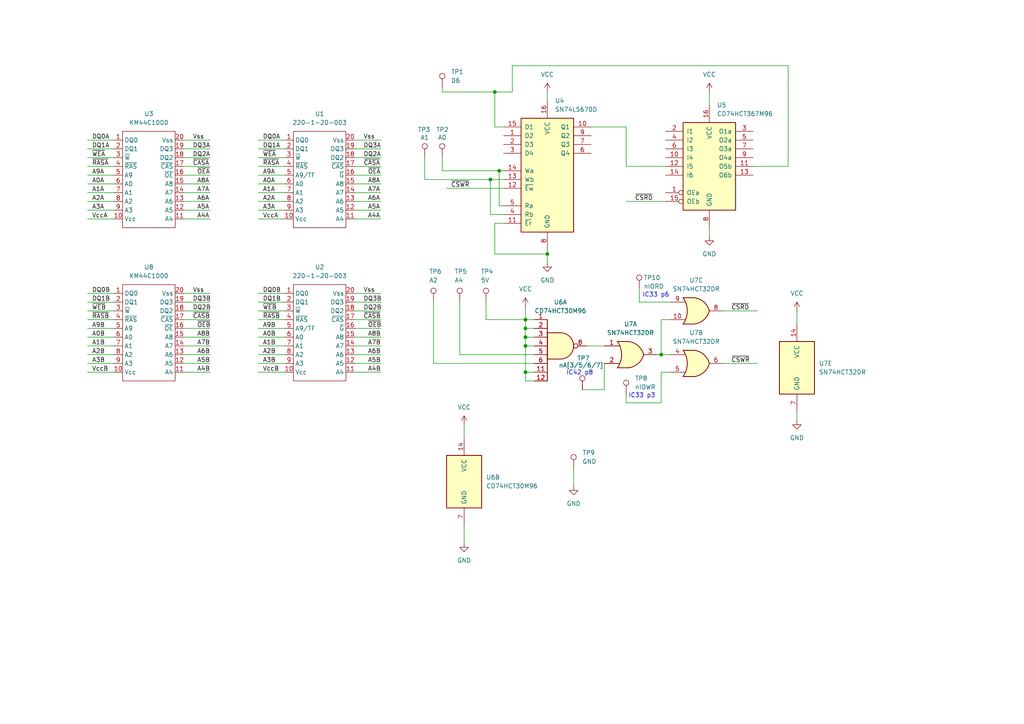
<source format=kicad_sch>
(kicad_sch (version 20231120) (generator "eeschema") (generator_version "8.0")
  (paper "A4")
  (lib_symbols
    (symbol "74xx:74LS30" (pin_names (offset 1.016))
      (property "Reference" "U" (at 0 1.27 0))
      (property "Value" "74LS30" (at 0 -1.27 0))
      (symbol "74LS30_1_1"
        (arc (start 0 -3.81) (mid 3.7934 0) (end 0 3.81) (stroke (width 0.254)) (fill (type background)))
        (polyline (pts (xy -3.81 7.62) (xy -3.81 -10.16)) (stroke (width 0.254)))
        (polyline (pts (xy 0 3.81) (xy -3.81 3.81) (xy -3.81 -3.81) (xy 0 -3.81)) (stroke (width 0.254)) (fill (type background)))
        (pin input line (at -7.62 7.62 0) (length 3.81) (name "~") (number "1"))
        (pin input line (at -7.62 -7.62 0) (length 3.81) (name "~") (number "11"))
        (pin input line (at -7.62 -10.16 0) (length 3.81) (name "~") (number "12"))
        (pin input line (at -7.62 5.08 0) (length 3.81) (name "~") (number "2"))
        (pin input line (at -7.62 2.54 0) (length 3.81) (name "~") (number "3"))
        (pin input line (at -7.62 0 0) (length 3.81) (name "~") (number "4"))
        (pin input line (at -7.62 -2.54 0) (length 3.81) (name "~") (number "5"))
        (pin input line (at -7.62 -5.08 0) (length 3.81) (name "~") (number "6"))
        (pin output inverted (at 7.62 0 180) (length 3.81) (name "~") (number "8"))
      )
      (symbol "74LS30_1_2"
        (arc (start -3.81 -3.81) (mid -2.589 0) (end -3.81 3.81) (stroke (width 0.254)))
        (arc (start -0.6096 -3.81) (mid 2.1842 -2.5851) (end 3.81 0) (stroke (width 0.254)) (fill (type background)))
        (polyline (pts (xy -3.81 -3.81) (xy -3.81 -10.16)) (stroke (width 0.254)))
        (polyline (pts (xy -3.81 -3.81) (xy -0.635 -3.81)) (stroke (width 0.254)) (fill (type background)))
        (polyline (pts (xy -3.81 3.81) (xy -0.635 3.81)) (stroke (width 0.254)) (fill (type background)))
        (polyline (pts (xy -3.81 7.62) (xy -3.81 3.81)) (stroke (width 0.254)))
        (polyline (pts (xy -0.635 3.81) (xy -3.81 3.81) (xy -3.81 3.81) (xy -3.556 3.4036) (xy -3.0226 2.2606) (xy -2.6924 1.0414) (xy -2.6162 -0.254) (xy -2.7686 -1.4986) (xy -3.175 -2.7178) (xy -3.81 -3.81) (xy -3.81 -3.81) (xy -0.635 -3.81)) (stroke (width -25.4)) (fill (type background)))
        (arc (start 3.81 0) (mid 2.1915 2.5936) (end -0.6096 3.81) (stroke (width 0.254)) (fill (type background)))
        (pin input inverted (at -7.62 7.62 0) (length 3.81) (name "~") (number "1"))
        (pin input inverted (at -7.62 -7.62 0) (length 3.81) (name "~") (number "11"))
        (pin input inverted (at -7.62 -10.16 0) (length 3.81) (name "~") (number "12"))
        (pin input inverted (at -7.62 5.08 0) (length 3.81) (name "~") (number "2"))
        (pin input inverted (at -7.62 2.54 0) (length 4.5466) (name "~") (number "3"))
        (pin input inverted (at -7.62 0 0) (length 5.08) (name "~") (number "4"))
        (pin input inverted (at -7.62 -2.54 0) (length 4.5466) (name "~") (number "5"))
        (pin input inverted (at -7.62 -5.08 0) (length 3.81) (name "~") (number "6"))
        (pin output line (at 7.62 0 180) (length 3.81) (name "~") (number "8"))
      )
      (symbol "74LS30_2_0"
        (pin power_in line (at 0 12.7 270) (length 5.08) (name "VCC") (number "14"))
        (pin power_in line (at 0 -12.7 90) (length 5.08) (name "GND") (number "7"))
      )
      (symbol "74LS30_2_1"
        (rectangle (start -5.08 7.62) (end 5.08 -7.62) (stroke (width 0.254)) (fill (type background)))
      )
    )
    (symbol "74xx:74LS32" (pin_names (offset 1.016))
      (property "Reference" "U" (at 0 1.27 0))
      (property "Value" "74LS32" (at 0 -1.27 0))
      (symbol "74LS32_1_1"
        (arc (start -3.81 -3.81) (mid -2.589 0) (end -3.81 3.81) (stroke (width 0.254)))
        (arc (start -0.6096 -3.81) (mid 2.1842 -2.5851) (end 3.81 0) (stroke (width 0.254)) (fill (type background)))
        (polyline (pts (xy -3.81 -3.81) (xy -0.635 -3.81)) (stroke (width 0.254)) (fill (type background)))
        (polyline (pts (xy -3.81 3.81) (xy -0.635 3.81)) (stroke (width 0.254)) (fill (type background)))
        (polyline (pts (xy -0.635 3.81) (xy -3.81 3.81) (xy -3.81 3.81) (xy -3.556 3.4036) (xy -3.0226 2.2606) (xy -2.6924 1.0414) (xy -2.6162 -0.254) (xy -2.7686 -1.4986) (xy -3.175 -2.7178) (xy -3.81 -3.81) (xy -3.81 -3.81) (xy -0.635 -3.81)) (stroke (width -25.4)) (fill (type background)))
        (arc (start 3.81 0) (mid 2.1915 2.5936) (end -0.6096 3.81) (stroke (width 0.254)) (fill (type background)))
        (pin input line (at -7.62 2.54 0) (length 4.318) (name "~") (number "1"))
        (pin input line (at -7.62 -2.54 0) (length 4.318) (name "~") (number "2"))
        (pin output line (at 7.62 0 180) (length 3.81) (name "~") (number "3"))
      )
      (symbol "74LS32_1_2"
        (arc (start 0 -3.81) (mid 3.7934 0) (end 0 3.81) (stroke (width 0.254)) (fill (type background)))
        (polyline (pts (xy 0 3.81) (xy -3.81 3.81) (xy -3.81 -3.81) (xy 0 -3.81)) (stroke (width 0.254)) (fill (type background)))
        (pin input inverted (at -7.62 2.54 0) (length 3.81) (name "~") (number "1"))
        (pin input inverted (at -7.62 -2.54 0) (length 3.81) (name "~") (number "2"))
        (pin output inverted (at 7.62 0 180) (length 3.81) (name "~") (number "3"))
      )
      (symbol "74LS32_2_1"
        (arc (start -3.81 -3.81) (mid -2.589 0) (end -3.81 3.81) (stroke (width 0.254)))
        (arc (start -0.6096 -3.81) (mid 2.1842 -2.5851) (end 3.81 0) (stroke (width 0.254)) (fill (type background)))
        (polyline (pts (xy -3.81 -3.81) (xy -0.635 -3.81)) (stroke (width 0.254)) (fill (type background)))
        (polyline (pts (xy -3.81 3.81) (xy -0.635 3.81)) (stroke (width 0.254)) (fill (type background)))
        (polyline (pts (xy -0.635 3.81) (xy -3.81 3.81) (xy -3.81 3.81) (xy -3.556 3.4036) (xy -3.0226 2.2606) (xy -2.6924 1.0414) (xy -2.6162 -0.254) (xy -2.7686 -1.4986) (xy -3.175 -2.7178) (xy -3.81 -3.81) (xy -3.81 -3.81) (xy -0.635 -3.81)) (stroke (width -25.4)) (fill (type background)))
        (arc (start 3.81 0) (mid 2.1915 2.5936) (end -0.6096 3.81) (stroke (width 0.254)) (fill (type background)))
        (pin input line (at -7.62 2.54 0) (length 4.318) (name "~") (number "4"))
        (pin input line (at -7.62 -2.54 0) (length 4.318) (name "~") (number "5"))
        (pin output line (at 7.62 0 180) (length 3.81) (name "~") (number "6"))
      )
      (symbol "74LS32_2_2"
        (arc (start 0 -3.81) (mid 3.7934 0) (end 0 3.81) (stroke (width 0.254)) (fill (type background)))
        (polyline (pts (xy 0 3.81) (xy -3.81 3.81) (xy -3.81 -3.81) (xy 0 -3.81)) (stroke (width 0.254)) (fill (type background)))
        (pin input inverted (at -7.62 2.54 0) (length 3.81) (name "~") (number "4"))
        (pin input inverted (at -7.62 -2.54 0) (length 3.81) (name "~") (number "5"))
        (pin output inverted (at 7.62 0 180) (length 3.81) (name "~") (number "6"))
      )
      (symbol "74LS32_3_1"
        (arc (start -3.81 -3.81) (mid -2.589 0) (end -3.81 3.81) (stroke (width 0.254)))
        (arc (start -0.6096 -3.81) (mid 2.1842 -2.5851) (end 3.81 0) (stroke (width 0.254)) (fill (type background)))
        (polyline (pts (xy -3.81 -3.81) (xy -0.635 -3.81)) (stroke (width 0.254)) (fill (type background)))
        (polyline (pts (xy -3.81 3.81) (xy -0.635 3.81)) (stroke (width 0.254)) (fill (type background)))
        (polyline (pts (xy -0.635 3.81) (xy -3.81 3.81) (xy -3.81 3.81) (xy -3.556 3.4036) (xy -3.0226 2.2606) (xy -2.6924 1.0414) (xy -2.6162 -0.254) (xy -2.7686 -1.4986) (xy -3.175 -2.7178) (xy -3.81 -3.81) (xy -3.81 -3.81) (xy -0.635 -3.81)) (stroke (width -25.4)) (fill (type background)))
        (arc (start 3.81 0) (mid 2.1915 2.5936) (end -0.6096 3.81) (stroke (width 0.254)) (fill (type background)))
        (pin input line (at -7.62 -2.54 0) (length 4.318) (name "~") (number "10"))
        (pin output line (at 7.62 0 180) (length 3.81) (name "~") (number "8"))
        (pin input line (at -7.62 2.54 0) (length 4.318) (name "~") (number "9"))
      )
      (symbol "74LS32_3_2"
        (arc (start 0 -3.81) (mid 3.7934 0) (end 0 3.81) (stroke (width 0.254)) (fill (type background)))
        (polyline (pts (xy 0 3.81) (xy -3.81 3.81) (xy -3.81 -3.81) (xy 0 -3.81)) (stroke (width 0.254)) (fill (type background)))
        (pin input inverted (at -7.62 -2.54 0) (length 3.81) (name "~") (number "10"))
        (pin output inverted (at 7.62 0 180) (length 3.81) (name "~") (number "8"))
        (pin input inverted (at -7.62 2.54 0) (length 3.81) (name "~") (number "9"))
      )
      (symbol "74LS32_4_1"
        (arc (start -3.81 -3.81) (mid -2.589 0) (end -3.81 3.81) (stroke (width 0.254)))
        (arc (start -0.6096 -3.81) (mid 2.1842 -2.5851) (end 3.81 0) (stroke (width 0.254)) (fill (type background)))
        (polyline (pts (xy -3.81 -3.81) (xy -0.635 -3.81)) (stroke (width 0.254)) (fill (type background)))
        (polyline (pts (xy -3.81 3.81) (xy -0.635 3.81)) (stroke (width 0.254)) (fill (type background)))
        (polyline (pts (xy -0.635 3.81) (xy -3.81 3.81) (xy -3.81 3.81) (xy -3.556 3.4036) (xy -3.0226 2.2606) (xy -2.6924 1.0414) (xy -2.6162 -0.254) (xy -2.7686 -1.4986) (xy -3.175 -2.7178) (xy -3.81 -3.81) (xy -3.81 -3.81) (xy -0.635 -3.81)) (stroke (width -25.4)) (fill (type background)))
        (arc (start 3.81 0) (mid 2.1915 2.5936) (end -0.6096 3.81) (stroke (width 0.254)) (fill (type background)))
        (pin output line (at 7.62 0 180) (length 3.81) (name "~") (number "11"))
        (pin input line (at -7.62 2.54 0) (length 4.318) (name "~") (number "12"))
        (pin input line (at -7.62 -2.54 0) (length 4.318) (name "~") (number "13"))
      )
      (symbol "74LS32_4_2"
        (arc (start 0 -3.81) (mid 3.7934 0) (end 0 3.81) (stroke (width 0.254)) (fill (type background)))
        (polyline (pts (xy 0 3.81) (xy -3.81 3.81) (xy -3.81 -3.81) (xy 0 -3.81)) (stroke (width 0.254)) (fill (type background)))
        (pin output inverted (at 7.62 0 180) (length 3.81) (name "~") (number "11"))
        (pin input inverted (at -7.62 2.54 0) (length 3.81) (name "~") (number "12"))
        (pin input inverted (at -7.62 -2.54 0) (length 3.81) (name "~") (number "13"))
      )
      (symbol "74LS32_5_0"
        (pin power_in line (at 0 12.7 270) (length 5.08) (name "VCC") (number "14"))
        (pin power_in line (at 0 -12.7 90) (length 5.08) (name "GND") (number "7"))
      )
      (symbol "74LS32_5_1"
        (rectangle (start -5.08 7.62) (end 5.08 -7.62) (stroke (width 0.254)) (fill (type background)))
      )
    )
    (symbol "74xx:74LS367" (pin_names (offset 1.016))
      (property "Reference" "U" (at -7.62 13.97 0))
      (property "Value" "74LS367" (at -7.62 -13.97 0))
      (symbol "74LS367_1_0"
        (pin input inverted (at -12.7 -7.62 0) (length 5.08) (name "OEa") (number "1"))
        (pin input line (at -12.7 2.54 0) (length 5.08) (name "I4") (number "10"))
        (pin tri_state line (at 12.7 0 180) (length 5.08) (name "O5b") (number "11"))
        (pin input line (at -12.7 0 0) (length 5.08) (name "I5") (number "12"))
        (pin tri_state line (at 12.7 -2.54 180) (length 5.08) (name "O6b") (number "13"))
        (pin input line (at -12.7 -2.54 0) (length 5.08) (name "I6") (number "14"))
        (pin input inverted (at -12.7 -10.16 0) (length 5.08) (name "OEb") (number "15"))
        (pin power_in line (at 0 17.78 270) (length 5.08) (name "VCC") (number "16"))
        (pin input line (at -12.7 10.16 0) (length 5.08) (name "I1") (number "2"))
        (pin tri_state line (at 12.7 10.16 180) (length 5.08) (name "O1a") (number "3"))
        (pin input line (at -12.7 7.62 0) (length 5.08) (name "I2") (number "4"))
        (pin tri_state line (at 12.7 7.62 180) (length 5.08) (name "O2a") (number "5"))
        (pin input line (at -12.7 5.08 0) (length 5.08) (name "I3") (number "6"))
        (pin tri_state line (at 12.7 5.08 180) (length 5.08) (name "O3a") (number "7"))
        (pin power_in line (at 0 -17.78 90) (length 5.08) (name "GND") (number "8"))
        (pin tri_state line (at 12.7 2.54 180) (length 5.08) (name "O4a") (number "9"))
      )
      (symbol "74LS367_1_1"
        (rectangle (start -7.62 12.7) (end 7.62 -12.7) (stroke (width 0.254)) (fill (type background)))
      )
    )
    (symbol "74xx:74LS670" (pin_names (offset 1.016))
      (property "Reference" "U" (at -7.62 16.51 0))
      (property "Value" "74LS670" (at -7.62 -19.05 0))
      (symbol "74LS670_1_0"
        (pin input line (at -12.7 10.16 0) (length 5.08) (name "D2") (number "1"))
        (pin tri_state line (at 12.7 12.7 180) (length 5.08) (name "Q1") (number "10"))
        (pin input line (at -12.7 -15.24 0) (length 5.08) (name "~{Er}") (number "11"))
        (pin input line (at -12.7 -5.08 0) (length 5.08) (name "~{Ew}") (number "12"))
        (pin input line (at -12.7 -2.54 0) (length 5.08) (name "Wb") (number "13"))
        (pin input line (at -12.7 0 0) (length 5.08) (name "Wa") (number "14"))
        (pin input line (at -12.7 12.7 0) (length 5.08) (name "D1") (number "15"))
        (pin power_in line (at 0 20.32 270) (length 5.08) (name "VCC") (number "16"))
        (pin input line (at -12.7 7.62 0) (length 5.08) (name "D3") (number "2"))
        (pin input line (at -12.7 5.08 0) (length 5.08) (name "D4") (number "3"))
        (pin input line (at -12.7 -12.7 0) (length 5.08) (name "Rb") (number "4"))
        (pin input line (at -12.7 -10.16 0) (length 5.08) (name "Ra") (number "5"))
        (pin tri_state line (at 12.7 5.08 180) (length 5.08) (name "Q4") (number "6"))
        (pin tri_state line (at 12.7 7.62 180) (length 5.08) (name "Q3") (number "7"))
        (pin power_in line (at 0 -22.86 90) (length 5.08) (name "GND") (number "8"))
        (pin tri_state line (at 12.7 10.16 180) (length 5.08) (name "Q2") (number "9"))
      )
      (symbol "74LS670_1_1"
        (rectangle (start -7.62 15.24) (end 7.62 -17.78) (stroke (width 0.254)) (fill (type background)))
      )
    )
    (symbol "Connector:TestPoint" (pin_numbers hide) (pin_names (offset 0.762) hide)
      (property "Reference" "TP" (at 0 6.858 0))
      (property "Value" "TestPoint" (at 0 5.08 0))
      (symbol "TestPoint_0_1"
        (circle (center 0 3.302) (radius 0.762))
      )
      (symbol "TestPoint_1_1"
        (pin passive line (at 0 0 90) (length 2.54) (name "1") (number "1"))
      )
    )
    (symbol "Library:44C256-B2B"
      (property "Reference" "U" (at 6.096 1.27 0))
      (property "Value" "220-1-20-003" (at 7.366 -29.464 0))
      (symbol "44C256-B2B_0_1"
        (rectangle (start 0 0) (end 15.24 -27.94))
      )
      (symbol "44C256-B2B_1_1"
        (pin tri_state line (at -2.54 -2.54 0) (length 2.54) (name "DQ0") (number "1"))
        (pin power_in line (at -2.54 -25.4 0) (length 2.54) (name "Vcc") (number "10"))
        (pin input line (at 17.78 -25.4 180) (length 2.54) (name "A4") (number "11"))
        (pin input line (at 17.78 -22.86 180) (length 2.54) (name "A5") (number "12"))
        (pin input line (at 17.78 -20.32 180) (length 2.54) (name "A6") (number "13"))
        (pin input line (at 17.78 -17.78 180) (length 2.54) (name "A7") (number "14"))
        (pin input line (at 17.78 -15.24 180) (length 2.54) (name "A8") (number "15"))
        (pin input line (at 17.78 -12.7 180) (length 2.54) (name "~{G}") (number "16"))
        (pin input line (at 17.78 -10.16 180) (length 2.54) (name "~{CAS}") (number "17"))
        (pin tri_state line (at 17.78 -7.62 180) (length 2.54) (name "DQ2") (number "18"))
        (pin tri_state line (at 17.78 -5.08 180) (length 2.54) (name "DQ3") (number "19"))
        (pin tri_state line (at -2.54 -5.08 0) (length 2.54) (name "DQ1") (number "2"))
        (pin power_in line (at 17.78 -2.54 180) (length 2.54) (name "Vss") (number "20"))
        (pin input line (at -2.54 -7.62 0) (length 2.54) (name "~{W}") (number "3"))
        (pin input line (at -2.54 -10.16 0) (length 2.54) (name "~{RAS}") (number "4"))
        (pin input line (at -2.54 -12.7 0) (length 2.54) (name "A9/TF") (number "5"))
        (pin input line (at -2.54 -15.24 0) (length 2.54) (name "A0") (number "6"))
        (pin input line (at -2.54 -17.78 0) (length 2.54) (name "A1") (number "7"))
        (pin input line (at -2.54 -20.32 0) (length 2.54) (name "A2") (number "8"))
        (pin input line (at -2.54 -22.86 0) (length 2.54) (name "A3") (number "9"))
      )
    )
    (symbol "Library:KM44C1000DJ"
      (property "Reference" "U" (at 6.096 1.27 0))
      (property "Value" "220-1-20-003" (at 7.366 -29.464 0))
      (symbol "KM44C1000DJ_0_1"
        (rectangle (start 0 0) (end 15.24 -27.94))
      )
      (symbol "KM44C1000DJ_1_1"
        (pin tri_state line (at -2.54 -2.54 0) (length 2.54) (name "DQ0") (number "1"))
        (pin power_in line (at -2.54 -25.4 0) (length 2.54) (name "Vcc") (number "10"))
        (pin input line (at 17.78 -25.4 180) (length 2.54) (name "A4") (number "11"))
        (pin input line (at 17.78 -22.86 180) (length 2.54) (name "A5") (number "12"))
        (pin input line (at 17.78 -20.32 180) (length 2.54) (name "A6") (number "13"))
        (pin input line (at 17.78 -17.78 180) (length 2.54) (name "A7") (number "14"))
        (pin input line (at 17.78 -15.24 180) (length 2.54) (name "A8") (number "15"))
        (pin input line (at 17.78 -12.7 180) (length 2.54) (name "~{OE}") (number "16"))
        (pin input line (at 17.78 -10.16 180) (length 2.54) (name "~{CAS}") (number "17"))
        (pin tri_state line (at 17.78 -7.62 180) (length 2.54) (name "DQ2") (number "18"))
        (pin tri_state line (at 17.78 -5.08 180) (length 2.54) (name "DQ3") (number "19"))
        (pin tri_state line (at -2.54 -5.08 0) (length 2.54) (name "DQ1") (number "2"))
        (pin power_in line (at 17.78 -2.54 180) (length 2.54) (name "Vss") (number "20"))
        (pin input line (at -2.54 -7.62 0) (length 2.54) (name "~{W}") (number "3"))
        (pin input line (at -2.54 -10.16 0) (length 2.54) (name "~{RAS}") (number "4"))
        (pin input line (at -2.54 -12.7 0) (length 2.54) (name "A9") (number "5"))
        (pin input line (at -2.54 -15.24 0) (length 2.54) (name "A0") (number "6"))
        (pin input line (at -2.54 -17.78 0) (length 2.54) (name "A1") (number "7"))
        (pin input line (at -2.54 -20.32 0) (length 2.54) (name "A2") (number "8"))
        (pin input line (at -2.54 -22.86 0) (length 2.54) (name "A3") (number "9"))
      )
    )
    (symbol "power:GND" (power) (pin_numbers hide) (pin_names (offset 0) hide)
      (property "Value" "GND" (at 0 -3.81 0))
      (symbol "GND_0_1"
        (polyline (pts (xy 0 0) (xy 0 -1.27) (xy 1.27 -1.27) (xy 0 -2.54) (xy -1.27 -1.27) (xy 0 -1.27)))
      )
      (symbol "GND_1_1"
        (pin power_in line (at 0 0 270) (length 0) (name "~") (number "1"))
      )
    )
    (symbol "power:VCC" (power) (pin_numbers hide) (pin_names (offset 0) hide)
      (property "Value" "VCC" (at 0 3.556 0))
      (symbol "VCC_0_1"
        (polyline (pts (xy -0.762 1.27) (xy 0 2.54)))
        (polyline (pts (xy 0 0) (xy 0 2.54)))
        (polyline (pts (xy 0 2.54) (xy 0.762 1.27)))
      )
      (symbol "VCC_1_1"
        (pin power_in line (at 0 0 90) (length 0) (name "~") (number "1"))
      )
    )
  )
  (junction (at 144.78 49.53))
  (junction (at 152.4 100.33))
  (junction (at 152.4 95.25))
  (junction (at 152.4 107.95))
  (junction (at 152.4 92.71))
  (junction (at 191.77 102.87))
  (junction (at 152.4 97.79))
  (junction (at 158.75 73.66))
  (junction (at 143.51 26.67))
  (junction (at 142.24 52.07))
  (wire (pts (xy 129.54 54.61) (xy 146.05 54.61)))
  (wire (pts (xy 194.31 92.71) (xy 191.77 92.71)))
  (wire (pts (xy 102.87 45.72) (xy 110.49 45.72)))
  (wire (pts (xy 181.61 58.42) (xy 193.04 58.42)))
  (wire (pts (xy 158.75 72.39) (xy 158.75 73.66)))
  (wire (pts (xy 74.93 45.72) (xy 82.55 45.72)))
  (wire (pts (xy 25.4 50.8) (xy 33.02 50.8)))
  (wire (pts (xy 175.26 113.03) (xy 175.26 105.41)))
  (wire (pts (xy 146.05 62.23) (xy 142.24 62.23)))
  (wire (pts (xy 25.4 45.72) (xy 33.02 45.72)))
  (wire (pts (xy 102.87 87.63) (xy 110.49 87.63)))
  (wire (pts (xy 53.34 60.96) (xy 60.96 60.96)))
  (wire (pts (xy 74.93 107.95) (xy 82.55 107.95)))
  (wire (pts (xy 53.34 87.63) (xy 60.96 87.63)))
  (wire (pts (xy 191.77 107.95) (xy 194.31 107.95)))
  (wire (pts (xy 25.4 105.41) (xy 33.02 105.41)))
  (wire (pts (xy 143.51 36.83) (xy 146.05 36.83)))
  (wire (pts (xy 123.19 45.72) (xy 123.19 52.07)))
  (wire (pts (xy 25.4 107.95) (xy 33.02 107.95)))
  (wire (pts (xy 154.94 95.25) (xy 152.4 95.25)))
  (wire (pts (xy 102.87 58.42) (xy 110.49 58.42)))
  (wire (pts (xy 25.4 90.17) (xy 33.02 90.17)))
  (wire (pts (xy 143.51 73.66) (xy 158.75 73.66)))
  (wire (pts (xy 74.93 50.8) (xy 82.55 50.8)))
  (wire (pts (xy 193.04 48.26) (xy 181.61 48.26)))
  (wire (pts (xy 25.4 102.87) (xy 33.02 102.87)))
  (wire (pts (xy 181.61 36.83) (xy 171.45 36.83)))
  (wire (pts (xy 53.34 40.64) (xy 60.96 40.64)))
  (wire (pts (xy 53.34 90.17) (xy 60.96 90.17)))
  (wire (pts (xy 143.51 26.67) (xy 143.51 36.83)))
  (wire (pts (xy 152.4 95.25) (xy 152.4 92.71)))
  (wire (pts (xy 53.34 43.18) (xy 60.96 43.18)))
  (wire (pts (xy 191.77 102.87) (xy 194.31 102.87)))
  (wire (pts (xy 142.24 62.23) (xy 142.24 52.07)))
  (wire (pts (xy 185.42 87.63) (xy 185.42 83.82)))
  (wire (pts (xy 102.87 60.96) (xy 110.49 60.96)))
  (wire (pts (xy 53.34 55.88) (xy 60.96 55.88)))
  (wire (pts (xy 102.87 48.26) (xy 110.49 48.26)))
  (wire (pts (xy 25.4 92.71) (xy 33.02 92.71)))
  (wire (pts (xy 152.4 92.71) (xy 154.94 92.71)))
  (wire (pts (xy 228.6 19.05) (xy 148.59 19.05)))
  (wire (pts (xy 74.93 40.64) (xy 82.55 40.64)))
  (wire (pts (xy 143.51 26.67) (xy 148.59 26.67)))
  (wire (pts (xy 25.4 87.63) (xy 33.02 87.63)))
  (wire (pts (xy 25.4 43.18) (xy 33.02 43.18)))
  (wire (pts (xy 205.74 66.04) (xy 205.74 68.58)))
  (wire (pts (xy 152.4 107.95) (xy 154.94 107.95)))
  (wire (pts (xy 74.93 100.33) (xy 82.55 100.33)))
  (wire (pts (xy 133.35 102.87) (xy 154.94 102.87)))
  (wire (pts (xy 158.75 73.66) (xy 158.75 76.2)))
  (wire (pts (xy 154.94 110.49) (xy 152.4 110.49)))
  (wire (pts (xy 140.97 92.71) (xy 152.4 92.71)))
  (wire (pts (xy 134.62 123.19) (xy 134.62 127)))
  (wire (pts (xy 74.93 90.17) (xy 82.55 90.17)))
  (wire (pts (xy 25.4 95.25) (xy 33.02 95.25)))
  (wire (pts (xy 128.27 26.67) (xy 128.27 25.4)))
  (wire (pts (xy 102.87 90.17) (xy 110.49 90.17)))
  (wire (pts (xy 154.94 97.79) (xy 152.4 97.79)))
  (wire (pts (xy 25.4 58.42) (xy 33.02 58.42)))
  (wire (pts (xy 209.55 105.41) (xy 219.71 105.41)))
  (wire (pts (xy 143.51 64.77) (xy 143.51 73.66)))
  (wire (pts (xy 25.4 53.34) (xy 33.02 53.34)))
  (wire (pts (xy 123.19 52.07) (xy 142.24 52.07)))
  (wire (pts (xy 74.93 97.79) (xy 82.55 97.79)))
  (wire (pts (xy 191.77 116.84) (xy 191.77 107.95)))
  (wire (pts (xy 53.34 53.34) (xy 60.96 53.34)))
  (wire (pts (xy 102.87 85.09) (xy 110.49 85.09)))
  (wire (pts (xy 133.35 87.63) (xy 133.35 102.87)))
  (wire (pts (xy 181.61 116.84) (xy 191.77 116.84)))
  (wire (pts (xy 53.34 97.79) (xy 60.96 97.79)))
  (wire (pts (xy 53.34 45.72) (xy 60.96 45.72)))
  (wire (pts (xy 53.34 63.5) (xy 60.96 63.5)))
  (wire (pts (xy 102.87 102.87) (xy 110.49 102.87)))
  (wire (pts (xy 74.93 55.88) (xy 82.55 55.88)))
  (wire (pts (xy 74.93 92.71) (xy 82.55 92.71)))
  (wire (pts (xy 74.93 105.41) (xy 82.55 105.41)))
  (wire (pts (xy 146.05 59.69) (xy 144.78 59.69)))
  (wire (pts (xy 53.34 48.26) (xy 60.96 48.26)))
  (wire (pts (xy 231.14 90.17) (xy 231.14 93.98)))
  (wire (pts (xy 190.5 102.87) (xy 191.77 102.87)))
  (wire (pts (xy 148.59 19.05) (xy 148.59 26.67)))
  (wire (pts (xy 53.34 102.87) (xy 60.96 102.87)))
  (wire (pts (xy 74.93 85.09) (xy 82.55 85.09)))
  (wire (pts (xy 74.93 102.87) (xy 82.55 102.87)))
  (wire (pts (xy 25.4 85.09) (xy 33.02 85.09)))
  (wire (pts (xy 152.4 88.9) (xy 152.4 92.71)))
  (wire (pts (xy 53.34 105.41) (xy 60.96 105.41)))
  (wire (pts (xy 125.73 105.41) (xy 154.94 105.41)))
  (wire (pts (xy 191.77 92.71) (xy 191.77 102.87)))
  (wire (pts (xy 181.61 48.26) (xy 181.61 36.83)))
  (wire (pts (xy 102.87 95.25) (xy 110.49 95.25)))
  (wire (pts (xy 140.97 87.63) (xy 140.97 92.71)))
  (wire (pts (xy 25.4 48.26) (xy 33.02 48.26)))
  (wire (pts (xy 74.93 87.63) (xy 82.55 87.63)))
  (wire (pts (xy 25.4 40.64) (xy 33.02 40.64)))
  (wire (pts (xy 154.94 100.33) (xy 152.4 100.33)))
  (wire (pts (xy 25.4 97.79) (xy 33.02 97.79)))
  (wire (pts (xy 152.4 100.33) (xy 152.4 97.79)))
  (wire (pts (xy 102.87 92.71) (xy 110.49 92.71)))
  (wire (pts (xy 146.05 49.53) (xy 144.78 49.53)))
  (wire (pts (xy 218.44 48.26) (xy 228.6 48.26)))
  (wire (pts (xy 170.18 100.33) (xy 175.26 100.33)))
  (wire (pts (xy 102.87 40.64) (xy 110.49 40.64)))
  (wire (pts (xy 74.93 53.34) (xy 82.55 53.34)))
  (wire (pts (xy 53.34 50.8) (xy 60.96 50.8)))
  (wire (pts (xy 205.74 26.67) (xy 205.74 30.48)))
  (wire (pts (xy 146.05 64.77) (xy 143.51 64.77)))
  (wire (pts (xy 25.4 63.5) (xy 33.02 63.5)))
  (wire (pts (xy 125.73 87.63) (xy 125.73 105.41)))
  (wire (pts (xy 74.93 63.5) (xy 82.55 63.5)))
  (wire (pts (xy 128.27 49.53) (xy 128.27 45.72)))
  (wire (pts (xy 209.55 90.17) (xy 219.71 90.17)))
  (wire (pts (xy 74.93 48.26) (xy 82.55 48.26)))
  (wire (pts (xy 25.4 100.33) (xy 33.02 100.33)))
  (wire (pts (xy 53.34 58.42) (xy 60.96 58.42)))
  (wire (pts (xy 128.27 26.67) (xy 143.51 26.67)))
  (wire (pts (xy 74.93 60.96) (xy 82.55 60.96)))
  (wire (pts (xy 102.87 55.88) (xy 110.49 55.88)))
  (wire (pts (xy 152.4 100.33) (xy 152.4 107.95)))
  (wire (pts (xy 102.87 107.95) (xy 110.49 107.95)))
  (wire (pts (xy 152.4 97.79) (xy 152.4 95.25)))
  (wire (pts (xy 25.4 60.96) (xy 33.02 60.96)))
  (wire (pts (xy 102.87 43.18) (xy 110.49 43.18)))
  (wire (pts (xy 74.93 95.25) (xy 82.55 95.25)))
  (wire (pts (xy 25.4 55.88) (xy 33.02 55.88)))
  (wire (pts (xy 53.34 95.25) (xy 60.96 95.25)))
  (wire (pts (xy 144.78 49.53) (xy 128.27 49.53)))
  (wire (pts (xy 144.78 59.69) (xy 144.78 49.53)))
  (wire (pts (xy 53.34 100.33) (xy 60.96 100.33)))
  (wire (pts (xy 102.87 53.34) (xy 110.49 53.34)))
  (wire (pts (xy 102.87 97.79) (xy 110.49 97.79)))
  (wire (pts (xy 166.37 135.89) (xy 166.37 140.97)))
  (wire (pts (xy 102.87 105.41) (xy 110.49 105.41)))
  (wire (pts (xy 168.91 113.03) (xy 175.26 113.03)))
  (wire (pts (xy 142.24 52.07) (xy 146.05 52.07)))
  (wire (pts (xy 181.61 116.84) (xy 181.61 114.3)))
  (wire (pts (xy 152.4 110.49) (xy 152.4 107.95)))
  (wire (pts (xy 134.62 152.4) (xy 134.62 157.48)))
  (wire (pts (xy 158.75 26.67) (xy 158.75 29.21)))
  (wire (pts (xy 102.87 100.33) (xy 110.49 100.33)))
  (wire (pts (xy 102.87 63.5) (xy 110.49 63.5)))
  (wire (pts (xy 53.34 85.09) (xy 60.96 85.09)))
  (wire (pts (xy 74.93 43.18) (xy 82.55 43.18)))
  (wire (pts (xy 228.6 48.26) (xy 228.6 19.05)))
  (wire (pts (xy 231.14 119.38) (xy 231.14 121.92)))
  (wire (pts (xy 53.34 107.95) (xy 60.96 107.95)))
  (wire (pts (xy 74.93 58.42) (xy 82.55 58.42)))
  (wire (pts (xy 53.34 92.71) (xy 60.96 92.71)))
  (wire (pts (xy 102.87 50.8) (xy 110.49 50.8)))
  (wire (pts (xy 194.31 87.63) (xy 185.42 87.63)))
  (text "IC33 p3" (at 186.182 114.808 0) (effects (font (size 1.27 1.27))))
  (text "IC42 p8" (at 168.148 108.204 0) (effects (font (size 1.27 1.27))))
  (text "IC33 p6" (at 190.246 85.598 0) (effects (font (size 1.27 1.27))))
  (label "~{CSWR}" (at 130.81 54.61 0))
  (label "A2B" (at 76.2 102.87 0))
  (label "A8B" (at 106.68 97.79 0))
  (label "Vss" (at 105.41 40.64 0))
  (label "A4B" (at 57.15 107.95 0))
  (label "A7B" (at 106.68 100.33 0))
  (label "Vss" (at 55.88 40.64 0))
  (label "Vss" (at 105.41 85.09 0))
  (label "~{CASA}" (at 55.88 48.26 0))
  (label "DQ3B" (at 105.41 87.63 0))
  (label "~{RASB}" (at 76.2 92.71 0))
  (label "~{CSWR}" (at 212.09 105.41 0))
  (label "DQ0B" (at 76.2 85.09 0))
  (label "A6B" (at 57.15 102.87 0))
  (label "~{WEB}" (at 26.67 90.17 0))
  (label "A1A" (at 76.2 55.88 0))
  (label "DQ0A" (at 76.2 40.64 0))
  (label "~{CASA}" (at 105.41 48.26 0))
  (label "~{WEA}" (at 26.67 45.72 0))
  (label "A5B" (at 57.15 105.41 0))
  (label "DQ3B" (at 55.88 87.63 0))
  (label "A1A" (at 26.67 55.88 0))
  (label "DQ1B" (at 26.67 87.63 0))
  (label "~{RASB}" (at 26.67 92.71 0))
  (label "DQ3A" (at 105.41 43.18 0))
  (label "A5B" (at 106.68 105.41 0))
  (label "DQ1A" (at 76.2 43.18 0))
  (label "A3A" (at 26.67 60.96 0))
  (label "A7A" (at 106.68 55.88 0))
  (label "A5A" (at 106.68 60.96 0))
  (label "~{CSRD}" (at 212.09 90.17 0))
  (label "A9A" (at 76.2 50.8 0))
  (label "DQ2B" (at 55.88 90.17 0))
  (label "A6A" (at 57.15 58.42 0))
  (label "A8A" (at 57.15 53.34 0))
  (label "A9A" (at 26.67 50.8 0))
  (label "DQ3A" (at 55.88 43.18 0))
  (label "~{WEB}" (at 76.2 90.17 0))
  (label "DQ2A" (at 105.41 45.72 0))
  (label "VccB" (at 76.2 107.95 0))
  (label "A4B" (at 106.68 107.95 0))
  (label "DQ1A" (at 26.67 43.18 0))
  (label "A5A" (at 57.15 60.96 0))
  (label "A3A" (at 76.2 60.96 0))
  (label "~{OEB}" (at 57.15 95.25 0))
  (label "A1B" (at 26.67 100.33 0))
  (label "A8A" (at 106.68 53.34 0))
  (label "~{CASB}" (at 55.88 92.71 0))
  (label "A9B" (at 76.2 95.25 0))
  (label "A0A" (at 76.2 53.34 0))
  (label "A2A" (at 76.2 58.42 0))
  (label "~{RASA}" (at 76.2 48.26 0))
  (label "VccB" (at 26.67 107.95 0))
  (label "~{RASA}" (at 26.67 48.26 0))
  (label "A9B" (at 26.67 95.25 0))
  (label "~{CSRD}" (at 184.15 58.42 0))
  (label "A3B" (at 26.67 105.41 0))
  (label "DQ2B" (at 105.41 90.17 0))
  (label "A3B" (at 76.2 105.41 0))
  (label "VccA" (at 76.2 63.5 0))
  (label "~{CASB}" (at 105.41 92.71 0))
  (label "~{OEA}" (at 57.15 50.8 0))
  (label "A4A" (at 106.68 63.5 0))
  (label "A7A" (at 57.15 55.88 0))
  (label "A2B" (at 26.67 102.87 0))
  (label "DQ1B" (at 76.2 87.63 0))
  (label "A2A" (at 26.67 58.42 0))
  (label "VccA" (at 26.67 63.5 0))
  (label "~{OEB}" (at 106.68 95.25 0))
  (label "A4A" (at 57.15 63.5 0))
  (label "A6A" (at 106.68 58.42 0))
  (label "A0B" (at 76.2 97.79 0))
  (label "~{OEA}" (at 106.68 50.8 0))
  (label "A7B" (at 57.15 100.33 0))
  (label "A0A" (at 26.67 53.34 0))
  (label "Vss" (at 55.88 85.09 0))
  (label "A6B" (at 106.68 102.87 0))
  (label "DQ0A" (at 26.67 40.64 0))
  (label "A0B" (at 26.67 97.79 0))
  (label "DQ2A" (at 55.88 45.72 0))
  (label "DQ0B" (at 26.67 85.09 0))
  (label "A8B" (at 57.15 97.79 0))
  (label "A1B" (at 76.2 100.33 0))
  (label "~{WEA}" (at 76.2 45.72 0))
  (symbol (lib_id "power:GND") (at 166.37 140.97 0) (unit 1)
    (property "Reference" "#PWR016" (effects (hide yes)))
    (property "Value" "GND" (at 166.37 146.05 0))
    (property "Description" "Power symbol creates a global label with name \"GND\" , ground" (effects (hide yes)))
  )
  (symbol (lib_id "Connector:TestPoint") (at 128.27 45.72 0) (unit 1)
    (property "Reference" "TP2" (at 126.492 37.592 0) (effects (justify left)))
    (property "Value" "A0" (at 127 39.878 0) (effects (justify left)))
    (property "Footprint" "TestPoint:TestPoint_Pad_D1.5mm" (effects (hide yes)))
    (property "Description" "test point" (effects (hide yes)))
  )
  (symbol (lib_id "power:VCC") (at 231.14 90.17 0) (unit 1)
    (property "Reference" "#PWR010" (effects (hide yes)))
    (property "Value" "VCC" (at 231.14 85.09 0))
    (property "Description" "Power symbol creates a global label with name \"VCC\"" (effects (hide yes)))
  )
  (symbol (lib_id "Connector:TestPoint") (at 128.27 25.4 0) (unit 1)
    (property "Reference" "TP1" (at 130.81 20.8279 0) (effects (justify left)))
    (property "Value" "D6" (at 130.81 23.3679 0) (effects (justify left)))
    (property "Footprint" "TestPoint:TestPoint_Pad_D1.5mm" (effects (hide yes)))
    (property "Description" "test point" (effects (hide yes)))
  )
  (symbol (lib_id "Connector:TestPoint") (at 140.97 87.63 0) (unit 1)
    (property "Reference" "TP4" (at 139.446 78.74 0) (effects (justify left)))
    (property "Value" "5V" (at 139.446 81.28 0) (effects (justify left)))
    (property "Footprint" "TestPoint:TestPoint_Pad_D1.5mm" (effects (hide yes)))
    (property "Description" "test point" (effects (hide yes)))
  )
  (symbol (lib_id "power:VCC") (at 205.74 26.67 0) (unit 1)
    (property "Reference" "#PWR018" (effects (hide yes)))
    (property "Value" "VCC" (at 205.74 21.59 0))
    (property "Description" "Power symbol creates a global label with name \"VCC\"" (effects (hide yes)))
  )
  (symbol (lib_id "74xx:74LS32") (at 201.93 90.17 0) (unit 3)
    (property "Reference" "U7" (at 201.93 81.28 0))
    (property "Value" "SN74HCT32DR" (at 201.93 83.82 0))
    (property "Footprint" "Package_SO:SOIC-14_3.9x8.7mm_P1.27mm" (effects (hide yes)))
    (property "Datasheet" "http://www.ti.com/lit/gpn/sn74LS32" (effects (hide yes)))
    (property "Description" "Quad 2-input OR" (effects (hide yes)))
    (property "DigiKey" "296-14868-1-ND" (effects (hide yes)))
  )
  (symbol (lib_id "power:VCC") (at 134.62 123.19 0) (unit 1)
    (property "Reference" "#PWR09" (effects (hide yes)))
    (property "Value" "VCC" (at 134.62 118.11 0))
    (property "Description" "Power symbol creates a global label with name \"VCC\"" (effects (hide yes)))
  )
  (symbol (lib_id "power:VCC") (at 158.75 26.67 0) (unit 1)
    (property "Reference" "#PWR017" (effects (hide yes)))
    (property "Value" "VCC" (at 158.75 21.59 0))
    (property "Description" "Power symbol creates a global label with name \"VCC\"" (effects (hide yes)))
  )
  (symbol (lib_id "power:GND") (at 158.75 76.2 0) (unit 1)
    (property "Reference" "#PWR014" (effects (hide yes)))
    (property "Value" "GND" (at 158.75 81.28 0))
    (property "Description" "Power symbol creates a global label with name \"GND\" , ground" (effects (hide yes)))
  )
  (symbol (lib_id "power:GND") (at 134.62 157.48 0) (unit 1)
    (property "Reference" "#PWR012" (effects (hide yes)))
    (property "Value" "GND" (at 134.62 162.56 0))
    (property "Description" "Power symbol creates a global label with name \"GND\" , ground" (effects (hide yes)))
  )
  (symbol (lib_id "74xx:74LS30") (at 162.56 100.33 0) (unit 1)
    (property "Reference" "U6" (at 162.5517 87.63 0))
    (property "Value" "CD74HCT30M96" (at 162.5517 90.17 0))
    (property "Footprint" "Package_SO:SOIC-14_3.9x8.7mm_P1.27mm" (effects (hide yes)))
    (property "Datasheet" "http://www.ti.com/lit/gpn/sn74LS30" (effects (hide yes)))
    (property "Description" "8-input NAND" (effects (hide yes)))
    (property "DigiKey" "296-CD74HCT30M96CT-ND" (effects (hide yes)))
  )
  (symbol (lib_id "Connector:TestPoint") (at 133.35 87.63 0) (unit 1)
    (property "Reference" "TP5" (at 131.826 78.74 0) (effects (justify left)))
    (property "Value" "A4" (at 131.826 81.28 0) (effects (justify left)))
    (property "Footprint" "TestPoint:TestPoint_Pad_D1.5mm" (effects (hide yes)))
    (property "Description" "test point" (effects (hide yes)))
  )
  (symbol (lib_id "Library:KM44C1000DJ") (at 35.56 38.1 0) (unit 1)
    (property "Reference" "U3" (at 43.18 33.02 0))
    (property "Value" "KM44C1000" (at 43.18 35.56 0))
    (property "Footprint" "Library:SOJ-20-26_300mil" (effects (hide yes)))
    (property "DigiKey" "1175-1523-5-ND" (effects (hide yes)))
  )
  (symbol (lib_id "Connector:TestPoint") (at 185.42 83.82 0) (unit 1)
    (property "Reference" "TP10" (at 186.69 80.518 0) (effects (justify left)))
    (property "Value" "nIORD" (at 186.69 83.058 0) (effects (justify left)))
    (property "Footprint" "TestPoint:TestPoint_Pad_D1.5mm" (effects (hide yes)))
    (property "Description" "test point" (effects (hide yes)))
  )
  (symbol (lib_id "Library:44C256-B2B") (at 85.09 82.55 0) (unit 1)
    (property "Reference" "U2" (at 92.71 77.47 0))
    (property "Value" "220-1-20-003" (at 92.71 80.01 0))
    (property "Footprint" "Library:DIP-20_W7.62mm_B2B" (effects (hide yes)))
    (property "DigiKey" "1175-1523-5-ND" (effects (hide yes)))
  )
  (symbol (lib_id "74xx:74LS32") (at 231.14 106.68 0) (unit 5)
    (property "Reference" "U7" (at 237.49 105.4099 0) (effects (justify left)))
    (property "Value" "SN74HCT32DR" (at 237.49 107.9499 0) (effects (justify left)))
    (property "Footprint" "Package_SO:SOIC-14_3.9x8.7mm_P1.27mm" (effects (hide yes)))
    (property "Datasheet" "http://www.ti.com/lit/gpn/sn74LS32" (effects (hide yes)))
    (property "Description" "Quad 2-input OR" (effects (hide yes)))
    (property "DigiKey" "296-14868-1-ND" (effects (hide yes)))
  )
  (symbol (lib_id "Connector:TestPoint") (at 125.73 87.63 0) (unit 1)
    (property "Reference" "TP6" (at 124.46 78.74 0) (effects (justify left)))
    (property "Value" "A2" (at 124.46 81.28 0) (effects (justify left)))
    (property "Footprint" "TestPoint:TestPoint_Pad_D1.5mm" (effects (hide yes)))
    (property "Description" "test point" (effects (hide yes)))
  )
  (symbol (lib_id "74xx:74LS32") (at 182.88 102.87 0) (unit 1)
    (property "Reference" "U7" (at 182.88 93.98 0))
    (property "Value" "SN74HCT32DR" (at 182.88 96.52 0))
    (property "Footprint" "Package_SO:SOIC-14_3.9x8.7mm_P1.27mm" (effects (hide yes)))
    (property "Datasheet" "http://www.ti.com/lit/gpn/sn74LS32" (effects (hide yes)))
    (property "Description" "Quad 2-input OR" (effects (hide yes)))
    (property "DigiKey" "296-14868-1-ND" (effects (hide yes)))
  )
  (symbol (lib_id "74xx:74LS30") (at 134.62 139.7 0) (unit 2)
    (property "Reference" "U6" (at 140.97 138.4299 0) (effects (justify left)))
    (property "Value" "CD74HCT30M96" (at 140.97 140.9699 0) (effects (justify left)))
    (property "Footprint" "Package_SO:SOIC-14_3.9x8.7mm_P1.27mm" (effects (hide yes)))
    (property "Datasheet" "http://www.ti.com/lit/gpn/sn74LS30" (effects (hide yes)))
    (property "Description" "8-input NAND" (effects (hide yes)))
    (property "DigiKey" "296-CD74HCT30M96CT-ND" (effects (hide yes)))
  )
  (symbol (lib_id "74xx:74LS32") (at 201.93 105.41 0) (unit 2)
    (property "Reference" "U7" (at 201.93 96.52 0))
    (property "Value" "SN74HCT32DR" (at 201.93 99.06 0))
    (property "Footprint" "Package_SO:SOIC-14_3.9x8.7mm_P1.27mm" (effects (hide yes)))
    (property "Datasheet" "http://www.ti.com/lit/gpn/sn74LS32" (effects (hide yes)))
    (property "Description" "Quad 2-input OR" (effects (hide yes)))
    (property "DigiKey" "296-14868-1-ND" (effects (hide yes)))
  )
  (symbol (lib_id "Connector:TestPoint") (at 123.19 45.72 0) (unit 1)
    (property "Reference" "TP3" (at 121.158 37.592 0) (effects (justify left)))
    (property "Value" "A1" (at 121.92 39.878 0) (effects (justify left)))
    (property "Footprint" "TestPoint:TestPoint_Pad_D1.5mm" (effects (hide yes)))
    (property "Description" "test point" (effects (hide yes)))
  )
  (symbol (lib_id "Library:44C256-B2B") (at 85.09 38.1 0) (unit 1)
    (property "Reference" "U1" (at 92.71 33.02 0))
    (property "Value" "220-1-20-003" (at 92.71 35.56 0))
    (property "Footprint" "Library:DIP-20_W7.62mm_B2B" (effects (hide yes)))
    (property "DigiKey" "1175-1523-5-ND" (effects (hide yes)))
  )
  (symbol (lib_id "power:VCC") (at 152.4 88.9 0) (unit 1)
    (property "Reference" "#PWR011" (effects (hide yes)))
    (property "Value" "VCC" (at 152.4 83.82 0))
    (property "Description" "Power symbol creates a global label with name \"VCC\"" (effects (hide yes)))
  )
  (symbol (lib_id "Connector:TestPoint") (at 166.37 135.89 0) (unit 1)
    (property "Reference" "TP9" (at 168.91 131.3179 0) (effects (justify left)))
    (property "Value" "GND" (at 168.91 133.8579 0) (effects (justify left)))
    (property "Footprint" "TestPoint:TestPoint_Pad_D1.5mm" (effects (hide yes)))
    (property "Description" "test point" (effects (hide yes)))
  )
  (symbol (lib_id "Library:KM44C1000DJ") (at 35.56 82.55 0) (unit 1)
    (property "Reference" "U8" (at 43.18 77.47 0))
    (property "Value" "KM44C1000" (at 43.18 80.01 0))
    (property "Footprint" "Library:SOJ-20-26_300mil" (effects (hide yes)))
    (property "DigiKey" "1175-1523-5-ND" (effects (hide yes)))
  )
  (symbol (lib_id "Connector:TestPoint") (at 181.61 114.3 0) (unit 1)
    (property "Reference" "TP8" (at 184.15 109.7279 0) (effects (justify left)))
    (property "Value" "nIOWR" (at 184.15 112.2679 0) (effects (justify left)))
    (property "Footprint" "TestPoint:TestPoint_Pad_D1.5mm" (effects (hide yes)))
    (property "Description" "test point" (effects (hide yes)))
  )
  (symbol (lib_id "74xx:74LS367") (at 205.74 48.26 0) (unit 1)
    (property "Reference" "U5" (at 207.9341 30.48 0) (effects (justify left)))
    (property "Value" "CD74HCT367M96" (at 207.9341 33.02 0) (effects (justify left)))
    (property "Footprint" "Package_SO:SOIC-16_3.9x9.9mm_P1.27mm" (effects (hide yes)))
    (property "Datasheet" "http://www.ti.com/lit/gpn/sn74LS367" (effects (hide yes)))
    (property "Description" "Hex Bus Driver 3-state outputs" (effects (hide yes)))
    (property "DigiKey" "296-31612-1-ND" (effects (hide yes)))
  )
  (symbol (lib_id "74xx:74LS670") (at 158.75 49.53 0) (unit 1)
    (property "Reference" "U4" (at 160.9441 29.21 0) (effects (justify left)))
    (property "Value" "SN74LS670D" (at 160.9441 31.75 0) (effects (justify left)))
    (property "Footprint" "Package_SO:SOIC-16W_5.3x10.2mm_P1.27mm" (effects (hide yes)))
    (property "Datasheet" "http://www.ti.com/lit/gpn/sn74LS670" (effects (hide yes)))
    (property "Description" "4 x 4 Register Files 3-State Outputs" (effects (hide yes)))
    (property "DigiKey" "SN74LS670D-ND" (effects (hide yes)))
  )
  (symbol (lib_id "power:GND") (at 205.74 68.58 0) (unit 1)
    (property "Reference" "#PWR015" (effects (hide yes)))
    (property "Value" "GND" (at 205.74 73.66 0))
    (property "Description" "Power symbol creates a global label with name \"GND\" , ground" (effects (hide yes)))
  )
  (symbol (lib_id "power:GND") (at 231.14 121.92 0) (unit 1)
    (property "Reference" "#PWR013" (effects (hide yes)))
    (property "Value" "GND" (at 231.14 127 0))
    (property "Description" "Power symbol creates a global label with name \"GND\" , ground" (effects (hide yes)))
  )
  (symbol (lib_id "Connector:TestPoint") (at 168.91 113.03 0) (unit 1)
    (property "Reference" "TP7" (at 167.386 103.886 0) (effects (justify left)))
    (property "Value" "nA[3/5/6/7]" (at 162.052 105.918 0) (effects (justify left)))
    (property "Footprint" "TestPoint:TestPoint_Pad_D1.5mm" (effects (hide yes)))
    (property "Description" "test point" (effects (hide yes)))
  )
)
</source>
